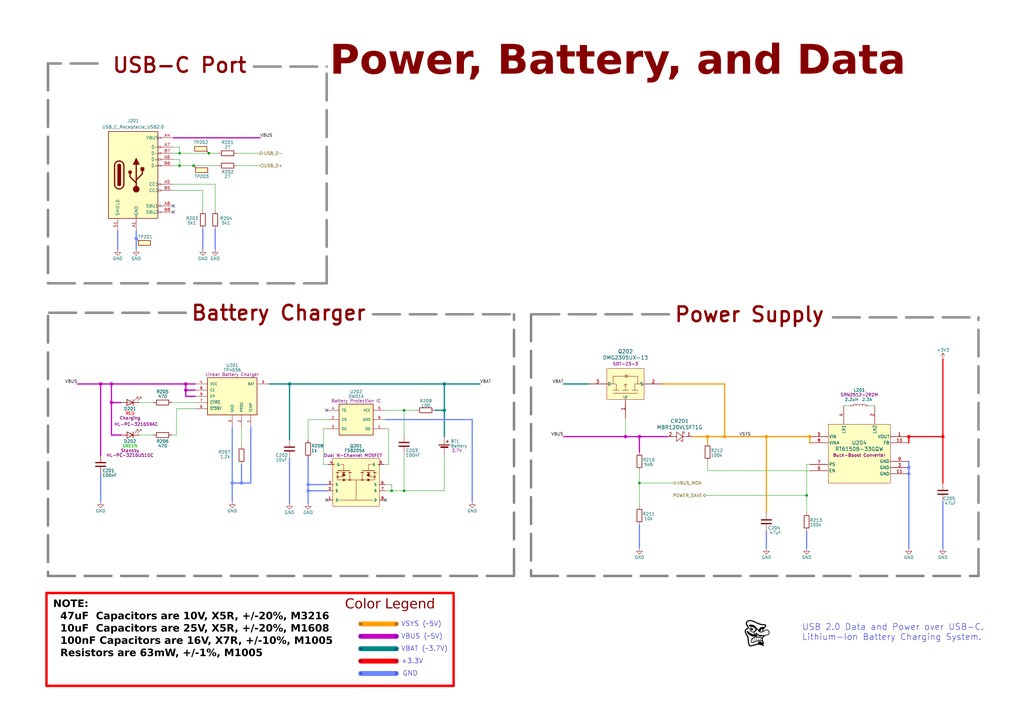
<source format=kicad_sch>
(kicad_sch (version 20230121) (generator eeschema)
  (paper "A3")
  (title_block (title "RamaPotchi") (date "2023-12-21") (rev "0.3") (company "Goblin Hardwerks"))
  (lib_symbols
    (symbol "RamaPotchi:Battery_Cell" (pin_numbers hide) (pin_names (offset 0) hide)
      (property "Reference" "BT1" (at 2.54 1.27 0))
      (property "Value" "Battery" (at 0 -0.635 0))
      (symbol "Battery_Cell_0_1"
        (rectangle (start -2.286 1.778) (end 2.286 1.524) (fill (type outline)))
        (rectangle (start -1.524 1.016) (end 1.524 0.508) (fill (type outline)))
        (polyline (pts (xy 0 0.762) (xy 0 0)))
        (polyline (pts (xy 0 1.778) (xy 0 2.54)))
        (polyline (pts (xy 0.762 3.048) (xy 1.778 3.048)) (stroke (width 0.254)))
        (polyline (pts (xy 1.27 3.556) (xy 1.27 2.54)) (stroke (width 0.254)))
      )
      (symbol "Battery_Cell_1_1"
        (pin passive line (at 0 5.08 270) (length 2.54) (name "+") (number "1"))
        (pin passive line (at 0 -2.54 90) (length 2.54) (name "-") (number "2"))
      )
    )
    (symbol "RamaPotchi:C" (pin_numbers hide) (pin_names (offset 0.254))
      (property "Reference" "C111" (at -5.715 -2.54 0))
      (property "Value" "100n" (at -5.715 -4.445 0))
      (symbol "C_0_1"
        (polyline (pts (xy -2.032 -0.762) (xy 2.032 -0.762)) (stroke (width 0.508)))
        (polyline (pts (xy -2.032 0.762) (xy 2.032 0.762)) (stroke (width 0.508)))
      )
      (symbol "C_1_1"
        (pin passive line (at 0 3.81 270) (length 2.794) (name "~") (number "1"))
        (pin passive line (at 0 -3.81 90) (length 2.794) (name "~") (number "2"))
      )
    )
    (symbol "RamaPotchi:DMG2305UX-13" (pin_names (offset 0.254))
      (property "Reference" "U203" (at 22.86 12.065 0))
      (property "Value" "DMG2305UX-13" (at 22.86 9.525 0))
      (property "Package" "SOT-23-3" (at 22.86 6.985 0))
      (symbol "DMG2305UX-13_0_1"
        (polyline (pts (xy 17.78 -5.08) (xy 27.94 -5.08)))
        (polyline (pts (xy 17.78 -3.81) (xy 20.32 -3.81)))
        (polyline (pts (xy 21.59 -3.81) (xy 24.13 -3.81)))
        (polyline (pts (xy 22.8105 2.54) (xy 22.8105 1.27)))
        (polyline (pts (xy 22.86 -3.81) (xy 22.86 -1.27)))
        (polyline (pts (xy 23.5467 1.2684) (xy 23.5467 2.5384)))
        (polyline (pts (xy 25.4 -3.81) (xy 27.94 -3.81)))
        (polyline (pts (xy 17.78 -1.27) (xy 17.7767 1.9233) (xy 22.7819 1.9233)))
        (polyline (pts (xy 19.05 -3.81) (xy 19.05 -1.27) (xy 15.24 -1.27)))
        (polyline (pts (xy 22.86 -1.27) (xy 22.2273 -1.9121) (xy 22.86 -1.27)))
        (polyline (pts (xy 22.86 -1.27) (xy 23.4927 -1.9121) (xy 22.86 -1.27)))
        (polyline (pts (xy 23.495 1.905) (xy 22.8529 1.2723) (xy 23.495 1.905)))
        (polyline (pts (xy 23.495 1.905) (xy 22.8529 2.5377) (xy 23.495 1.905)))
        (polyline (pts (xy 26.67 -3.81) (xy 26.67 -1.27) (xy 30.48 -1.27)))
        (polyline (pts (xy 27.94 -1.27) (xy 27.9431 1.9089) (xy 23.5908 1.9068) (xy 23.5951 1.9068)))
        (pin unspecified line (at 22.86 -15.24 90) (length 7.62) (name "G") (number "1"))
        (pin unspecified line (at 38.1 -1.27 180) (length 7.62) (name "S") (number "2"))
        (pin unspecified line (at 7.62 -1.27 0) (length 7.62) (name "D") (number "3"))
      )
      (symbol "DMG2305UX-13_1_1"
        (rectangle (start 15.24 5.08) (end 30.48 -7.62) (fill (type background)))
      )
    )
    (symbol "RamaPotchi:DW01A" (pin_names (offset 1.016))
      (property "Reference" "U202" (at -0.635 15.24 0))
      (property "Value" "DW01A" (at -0.635 13.335 0))
      (property "Description" "Battery Protection IC" (at -0.635 10.795 0))
      (symbol "DW01A_0_0"
        (rectangle (start -7.62 10.16) (end 6.35 -2.54) (stroke (width 0.254)) (fill (type background)))
        (pin bidirectional line (at 11.43 0 180) (length 5.08) (name "OD") (number "1"))
        (pin bidirectional line (at -12.7 3.81 0) (length 5.08) (name "CS") (number "2"))
        (pin bidirectional line (at -12.7 0 0) (length 5.08) (name "OC") (number "3"))
        (pin bidirectional line (at -12.7 7.62 0) (length 5.08) (name "TD") (number "4"))
        (pin power_in line (at 11.43 7.62 180) (length 5.08) (name "VCC") (number "5"))
        (pin power_in line (at 11.43 3.81 180) (length 5.08) (name "GND") (number "6"))
      )
    )
    (symbol "RamaPotchi:FS8205A" (pin_names (offset 1.016))
      (property "Reference" "Q201" (at 0.635 -13.335 0))
      (property "Value" "FS8205A" (at 1.27 -11.43 0))
      (property "Description" "Dual N-Channel MOSFET" (at 1.905 -10.16 0))
      (symbol "FS8205A_0_0"
        (circle (center -6.985 -0.635) (radius 0.3592))
        (circle (center -1.905 0.635) (radius 0.3592))
        (polyline (pts (xy -7.62 -2.413) (xy -6.985 -2.413)) (stroke (width 0.254)))
        (polyline (pts (xy -6.985 -3.175) (xy -1.905 -3.175)) (stroke (width 0.254)))
        (polyline (pts (xy -6.985 -2.413) (xy -6.985 0.635)) (stroke (width 0.1524)))
        (polyline (pts (xy -6.985 -2.413) (xy -6.35 -2.413)) (stroke (width 0.254)))
        (polyline (pts (xy -6.985 -0.635) (xy -4.445 -0.635)) (stroke (width 0.1524)))
        (polyline (pts (xy -5.207 -2.413) (xy -4.445 -2.413)) (stroke (width 0.254)))
        (polyline (pts (xy -4.445 -2.413) (xy -4.445 -0.635)) (stroke (width 0.1524)))
        (polyline (pts (xy -4.445 -2.413) (xy -3.683 -2.413)) (stroke (width 0.254)))
        (polyline (pts (xy -3.937 0.127) (xy -3.937 0.635)) (stroke (width 0.1524)))
        (polyline (pts (xy -3.937 0.635) (xy -6.985 0.635)) (stroke (width 0.1524)))
        (polyline (pts (xy -3.937 0.635) (xy -3.937 1.143)) (stroke (width 0.1524)))
        (polyline (pts (xy -2.54 -2.413) (xy -1.905 -2.413)) (stroke (width 0.254)))
        (polyline (pts (xy -1.905 -2.413) (xy -1.27 -2.413)) (stroke (width 0.254)))
        (polyline (pts (xy -1.905 0.635) (xy -3.937 0.635)) (stroke (width 0.1524)))
        (polyline (pts (xy -1.905 0.635) (xy -1.905 -2.413)) (stroke (width 0.1524)))
        (polyline (pts (xy 0.635 0.635) (xy -1.905 0.635)) (stroke (width 0.1524)))
        (polyline (pts (xy 0.635 0.635) (xy 0.635 1.905)) (stroke (width 0.1524)))
        (polyline (pts (xy 2.54 -2.413) (xy 3.175 -2.413)) (stroke (width 0.254)))
        (polyline (pts (xy 3.175 -3.175) (xy 8.255 -3.175)) (stroke (width 0.254)))
        (polyline (pts (xy 3.175 -2.413) (xy 3.175 0.635)) (stroke (width 0.1524)))
        (polyline (pts (xy 3.175 -2.413) (xy 3.81 -2.413)) (stroke (width 0.254)))
        (polyline (pts (xy 3.175 0.635) (xy 0.635 0.635)) (stroke (width 0.1524)))
        (polyline (pts (xy 3.175 0.635) (xy 5.207 0.635)) (stroke (width 0.1524)))
        (polyline (pts (xy 4.953 -2.413) (xy 5.715 -2.413)) (stroke (width 0.254)))
        (polyline (pts (xy 5.207 0.635) (xy 5.207 0.127)) (stroke (width 0.1524)))
        (polyline (pts (xy 5.207 0.635) (xy 8.255 0.635)) (stroke (width 0.1524)))
        (polyline (pts (xy 5.207 1.143) (xy 5.207 0.635)) (stroke (width 0.1524)))
        (polyline (pts (xy 5.715 -2.413) (xy 5.715 -0.635)) (stroke (width 0.1524)))
        (polyline (pts (xy 5.715 -2.413) (xy 6.477 -2.413)) (stroke (width 0.254)))
        (polyline (pts (xy 5.715 -0.635) (xy 8.255 -0.635)) (stroke (width 0.1524)))
        (polyline (pts (xy 7.62 -2.413) (xy 8.255 -2.413)) (stroke (width 0.254)))
        (polyline (pts (xy 8.255 -2.413) (xy 8.89 -2.413)) (stroke (width 0.254)))
        (polyline (pts (xy 8.255 -0.635) (xy 8.255 -2.413)) (stroke (width 0.1524)))
        (polyline (pts (xy 8.255 -0.635) (xy 8.255 0.635)) (stroke (width 0.1524)))
        (polyline (pts (xy -4.445 -2.159) (xy -5.207 -1.143) (xy -3.683 -1.143) (xy -4.445 -2.159)) (stroke (width 0.1524)) (fill (type outline)))
        (polyline (pts (xy -3.937 0.635) (xy -4.699 1.143) (xy -4.699 0.127) (xy -3.937 0.635)) (stroke (width 0.1524)) (fill (type outline)))
        (polyline (pts (xy 5.207 0.635) (xy 5.969 0.127) (xy 5.969 1.143) (xy 5.207 0.635)) (stroke (width 0.1524)) (fill (type outline)))
        (polyline (pts (xy 5.715 -2.159) (xy 4.953 -1.143) (xy 6.477 -1.143) (xy 5.715 -2.159)) (stroke (width 0.1524)) (fill (type outline)))
        (circle (center 3.175 0.635) (radius 0.3592))
        (circle (center 8.255 -0.635) (radius 0.3592))
      )
      (symbol "FS8205A_0_1"
        (polyline (pts (xy -6.35 8.89) (xy 7.62 8.89)))
        (polyline (pts (xy -4.445 -3.175) (xy -4.445 -5.715) (xy -5.715 -5.715)))
        (polyline (pts (xy 0.6353 8.854) (xy 0.6336 1.9203) (xy 0.6308 1.9287)))
        (polyline (pts (xy 5.715 -3.175) (xy 5.715 -5.715) (xy 6.985 -5.715)))
      )
      (symbol "FS8205A_1_0"
        (pin passive line (at 12.7 8.89 180) (length 2.54) (name "D") (number "1"))
        (pin passive line (at 12.7 5.08 180) (length 2.54) (name "S") (number "2"))
        (pin passive line (at 12.7 2.54 180) (length 2.54) (name "S") (number "3"))
        (pin passive line (at 12.065 -5.715 180) (length 2.54) (name "G") (number "4"))
        (pin passive line (at -10.795 -5.715 0) (length 2.54) (name "G") (number "5"))
        (pin passive line (at -11.43 2.54 0) (length 2.54) (name "S") (number "6"))
        (pin passive line (at -11.43 5.08 0) (length 2.54) (name "S") (number "7"))
        (pin passive line (at -11.43 8.89 0) (length 2.54) (name "D") (number "8"))
      )
      (symbol "FS8205A_1_1"
        (rectangle (start -8.89 11.43) (end 10.16 -8.255) (fill (type background)))
      )
    )
    (symbol "RamaPotchi:L" (pin_numbers hide) (pin_names (offset 1.016) hide)
      (property "Reference" "L201" (at 5.08 0 90))
      (property "Value" "2u2" (at 2.54 0 90))
      (property "Max Current" "2.3A" (at -1.27 0 90))
      (symbol "L_0_1"
        (arc (start 0 -2.54) (mid 0.6323 -1.905) (end 0 -1.27))
        (arc (start 0 -1.27) (mid 0.6323 -0.635) (end 0 0))
        (arc (start 0 0) (mid 0.6323 0.635) (end 0 1.27))
        (arc (start 0 1.27) (mid 0.6323 1.905) (end 0 2.54))
      )
      (symbol "L_1_1"
        (pin passive line (at 0 3.81 270) (length 1.27) (name "1") (number "1"))
        (pin passive line (at 0 -3.81 90) (length 1.27) (name "2") (number "2"))
      )
    )
    (symbol "RamaPotchi:LED" (pin_numbers hide) (pin_names (offset 1.016) hide)
      (property "Reference" "D201" (at 0 -4.445 0))
      (property "Color" "RED" (at 0 -2.54 0))
      (symbol "LED_0_1"
        (polyline (pts (xy -1.27 -1.27) (xy -1.27 1.27)) (stroke (width 0.254)))
        (polyline (pts (xy -1.27 0) (xy 1.27 0)))
        (polyline (pts (xy 1.27 -1.27) (xy 1.27 1.27) (xy -1.27 0) (xy 1.27 -1.27)) (stroke (width 0.254)))
        (polyline (pts (xy -3.048 -0.762) (xy -4.572 -2.286) (xy -3.81 -2.286) (xy -4.572 -2.286) (xy -4.572 -1.524)))
        (polyline (pts (xy -1.778 -0.762) (xy -3.302 -2.286) (xy -2.54 -2.286) (xy -3.302 -2.286) (xy -3.302 -1.524)))
      )
      (symbol "LED_1_1"
        (pin passive line (at -3.81 0 0) (length 2.54) (name "K") (number "1"))
        (pin passive line (at 3.81 0 180) (length 2.54) (name "A") (number "2"))
      )
    )
    (symbol "RamaPotchi:MBR120VLSFT1G" (pin_names (offset 0.254))
      (property "Reference" "CR201" (at 5.08 6.35 0))
      (property "Value" "MBR120VLSFT1G" (at 5.08 3.81 0))
      (symbol "MBR120VLSFT1G_0_1"
        (polyline (pts (xy 2.54 0) (xy 3.4798 0)) (stroke (width 0.2032)))
        (polyline (pts (xy 3.175 0) (xy 3.81 0)) (stroke (width 0.2032)))
        (polyline (pts (xy 3.81 -1.905) (xy 6.35 0)) (stroke (width 0.2032)))
        (polyline (pts (xy 3.81 1.905) (xy 3.81 -1.905)) (stroke (width 0.2032)))
        (polyline (pts (xy 5.715 -1.905) (xy 5.715 -1.27)) (stroke (width 0.2032)))
        (polyline (pts (xy 6.35 -1.905) (xy 5.715 -1.905)) (stroke (width 0.2032)))
        (polyline (pts (xy 6.35 -1.905) (xy 6.35 1.905)) (stroke (width 0.2032)))
        (polyline (pts (xy 6.35 0) (xy 3.81 1.905)) (stroke (width 0.2032)))
        (polyline (pts (xy 6.35 0) (xy 7.62 0)) (stroke (width 0.2032)))
        (polyline (pts (xy 6.35 1.905) (xy 6.985 1.905)) (stroke (width 0.2032)))
        (polyline (pts (xy 6.985 1.905) (xy 6.985 1.27)) (stroke (width 0.2032)))
        (pin unspecified line (at 10.16 0 180) (length 2.54) (name "") (number "1"))
        (pin unspecified line (at 0 0 0) (length 2.54) (name "") (number "2"))
      )
    )
    (symbol "RamaPotchi:R" (pin_numbers hide) (pin_names (offset 0))
      (property "Reference" "R102" (at -6.35 0.635 0))
      (property "Value" "100k" (at -6.35 -1.27 0))
      (symbol "R_0_1"
        (rectangle (start -1.016 -2.54) (end 1.016 2.54) (stroke (width 0.254)))
      )
      (symbol "R_1_1"
        (pin passive line (at 0 3.81 270) (length 1.27) (name "~") (number "1"))
        (pin passive line (at 0 -3.81 90) (length 1.27) (name "~") (number "2"))
      )
    )
    (symbol "RamaPotchi:RT6150B-33GQW" (pin_names (offset 0.254))
      (property "Reference" "U204" (at 20.32 -2.54 0))
      (property "Value" "RT6150B-33GQW" (at 20.32 -5.08 0))
      (property "Description" "Buck-Boost Converter" (at 20.32 -7.62 0))
      (symbol "RT6150B-33GQW_0_1"
        (pin output line (at 40.64 0 180) (length 7.62) (name "VOUT") (number "1"))
        (pin input line (at 40.64 -2.54 180) (length 7.62) (name "FB") (number "10"))
        (pin power_out line (at 40.64 -15.24 180) (length 7.62) (name "GND") (number "11"))
        (pin unspecified line (at 26.67 12.7 270) (length 7.62) (name "LX2") (number "2"))
        (pin power_out line (at 40.64 -12.7 180) (length 7.62) (name "GND") (number "3"))
        (pin unspecified line (at 13.97 12.7 270) (length 7.62) (name "LX1") (number "4"))
        (pin power_in line (at 0 0 0) (length 7.62) (name "VIN") (number "5"))
        (pin input line (at 0 -13.97 0) (length 7.62) (name "EN") (number "6"))
        (pin input line (at 0 -11.43 0) (length 7.62) (name "PS") (number "7"))
        (pin input line (at 0 -2.54 0) (length 7.62) (name "VINA") (number "8"))
        (pin power_out line (at 40.64 -10.16 180) (length 7.62) (name "GND") (number "9"))
      )
      (symbol "RT6150B-33GQW_1_1"
        (rectangle (start 7.62 5.08) (end 33.02 -19.05) (fill (type background)))
      )
    )
    (symbol "RamaPotchi:TP4056" (pin_names (offset 1.016))
      (property "Reference" "U201" (at 0 17.78 0))
      (property "Value" "TP4056" (at 0 15.875 0))
      (property "Description" "Linear Battery Charger" (at 0 13.335 0))
      (symbol "TP4056_0_0"
        (rectangle (start -10.16 12.7) (end 10.16 -2.54) (stroke (width 0.254)) (fill (type background)))
        (pin input line (at 7.62 -7.62 90) (length 5.08) (name "TEMP") (number "1"))
        (pin bidirectional line (at 3.81 -7.62 90) (length 5.08) (name "PROG") (number "2"))
        (pin power_in line (at 0 -7.62 90) (length 5.08) (name "GND") (number "3"))
        (pin power_in line (at -15.24 10.16 0) (length 5.08) (name "VCC") (number "4"))
        (pin output line (at 15.24 10.16 180) (length 5.08) (name "BAT") (number "5"))
        (pin output line (at -15.24 0 0) (length 5.08) (name "~{STDBY}") (number "6"))
        (pin output line (at -15.24 2.54 0) (length 5.08) (name "~{CHRG}") (number "7"))
        (pin input line (at -15.24 7.62 0) (length 5.08) (name "CE") (number "8"))
        (pin passive line (at -15.24 5.08 0) (length 5.08) (name "EP") (number "9"))
      )
    )
    (symbol "RamaPotchi:TestPoint_Flag" (pin_numbers hide) (pin_names (offset 0.762) hide)
      (property "Reference" "TP2" (at 5.08 4.445 0))
      (symbol "TestPoint_Flag_0_1"
        (polyline (pts (xy 0 0) (xy 0.889 0.889)) (stroke (width 0.254)))
        (rectangle (start 0.889 2.794) (end 5.842 0.889) (stroke (width 0.254)) (fill (type background)))
      )
      (symbol "TestPoint_Flag_1_1"
        (pin passive line (at 0 0 90) (length 0) (name "1") (number "1"))
      )
    )
    (symbol "RamaPotchi:USB_C_Receptacle_USB2.0" (pin_names (offset 1.016))
      (property "Reference" "J201" (at -1.27 22.225 0))
      (property "Value" "USB_C_Receptacle_USB2.0" (at -1.27 19.685 0))
      (symbol "USB_C_Receptacle_USB2.0_0_0"
        (rectangle (start -0.2665 -16.774) (end 0.2415 -17.79))
        (rectangle (start 10.16 -14.986) (end 9.144 -15.494))
        (rectangle (start 10.16 -12.446) (end 9.144 -12.954))
        (rectangle (start 10.16 -6.096) (end 9.144 -6.604))
        (rectangle (start 10.16 -3.556) (end 9.144 -4.064))
        (rectangle (start 10.16 4.064) (end 9.144 3.556))
        (rectangle (start 10.16 6.604) (end 9.144 6.096))
        (rectangle (start 10.16 9.144) (end 9.144 8.636))
        (rectangle (start 10.16 11.684) (end 9.144 11.176))
        (rectangle (start 10.16 15.494) (end 9.144 14.986))
      )
      (symbol "USB_C_Receptacle_USB2.0_0_1"
        (rectangle (start -11.43 17.78) (end 8.89 -17.78) (stroke (width 0.254)) (fill (type background)))
        (arc (start -8.89 -3.81) (mid -6.985 -5.7067) (end -5.08 -3.81) (stroke (width 0.508)))
        (arc (start -7.62 -3.81) (mid -6.985 -4.4423) (end -6.35 -3.81) (stroke (width 0.254)))
        (arc (start -7.62 -3.81) (mid -6.985 -4.4423) (end -6.35 -3.81) (stroke (width 0.254)) (fill (type outline)))
        (rectangle (start -7.62 -3.81) (end -6.35 3.81) (stroke (width 0.254)) (fill (type outline)))
        (arc (start -6.35 3.81) (mid -6.985 4.4423) (end -7.62 3.81) (stroke (width 0.254)))
        (arc (start -6.35 3.81) (mid -6.985 4.4423) (end -7.62 3.81) (stroke (width 0.254)) (fill (type outline)))
        (arc (start -5.08 3.81) (mid -6.985 5.7067) (end -8.89 3.81) (stroke (width 0.508)))
        (circle (center -2.54 1.143) (radius 0.635) (stroke (width 0.254)) (fill (type outline)))
        (circle (center 0 -5.842) (radius 1.27) (fill (type outline)))
        (polyline (pts (xy -8.89 -3.81) (xy -8.89 3.81)) (stroke (width 0.508)))
        (polyline (pts (xy -5.08 3.81) (xy -5.08 -3.81)) (stroke (width 0.508)))
        (polyline (pts (xy 0 -5.842) (xy 0 4.318)) (stroke (width 0.508)))
        (polyline (pts (xy 0 -3.302) (xy -2.54 -0.762) (xy -2.54 0.508)) (stroke (width 0.508)))
        (polyline (pts (xy 0 -2.032) (xy 2.54 0.508) (xy 2.54 1.778)) (stroke (width 0.508)))
        (polyline (pts (xy -1.27 4.318) (xy 0 6.858) (xy 1.27 4.318) (xy -1.27 4.318)) (stroke (width 0.254)) (fill (type outline)))
        (rectangle (start 1.905 1.778) (end 3.175 3.048) (stroke (width 0.254)) (fill (type outline)))
      )
      (symbol "USB_C_Receptacle_USB2.0_1_1"
        (pin passive line (at 0 -22.86 90) (length 5.08) (name "GND") (number "A1"))
        (pin passive line (at 0 -22.86 90) (length 5.08) hide (name "GND") (number "A12"))
        (pin passive line (at 15.24 15.24 180) (length 5.08) (name "VBUS") (number "A4"))
        (pin bidirectional line (at 15.24 -3.81 180) (length 5.08) (name "CC1") (number "A5"))
        (pin bidirectional line (at 15.24 6.35 180) (length 5.08) (name "D+") (number "A6"))
        (pin bidirectional line (at 15.24 11.43 180) (length 5.08) (name "D-") (number "A7"))
        (pin bidirectional line (at 15.24 -12.7 180) (length 5.08) (name "SBU1") (number "A8"))
        (pin passive line (at 15.24 15.24 180) (length 5.08) hide (name "VBUS") (number "A9"))
        (pin passive line (at 0 -22.86 90) (length 5.08) hide (name "GND") (number "B1"))
        (pin passive line (at 0 -22.86 90) (length 5.08) hide (name "GND") (number "B12"))
        (pin passive line (at 15.24 15.24 180) (length 5.08) hide (name "VBUS") (number "B4"))
        (pin bidirectional line (at 15.24 -6.35 180) (length 5.08) (name "CC2") (number "B5"))
        (pin bidirectional line (at 15.24 3.81 180) (length 5.08) (name "D+") (number "B6"))
        (pin bidirectional line (at 15.24 8.89 180) (length 5.08) (name "D-") (number "B7"))
        (pin bidirectional line (at 15.24 -15.24 180) (length 5.08) (name "SBU2") (number "B8"))
        (pin passive line (at 15.24 15.24 180) (length 5.08) hide (name "VBUS") (number "B9"))
        (pin passive line (at -7.62 -22.86 90) (length 5.08) (name "SHIELD") (number "S1"))
      )
    )
    (symbol "power:+3V3" (power) (pin_numbers hide) (pin_names (offset 0) hide)
      (property "Value" "+3V3" (at 0 3.556 0))
      (symbol "+3V3_0_1"
        (polyline (pts (xy -0.762 1.27) (xy 0 2.54)))
        (polyline (pts (xy 0 0) (xy 0 2.54)))
        (polyline (pts (xy 0 2.54) (xy 0.762 1.27)))
      )
      (symbol "+3V3_1_1"
        (pin power_in line (at 0 0 90) (length 0) hide (name "+3V3") (number "1"))
      )
    )
    (symbol "power:GND" (power) (pin_numbers hide) (pin_names (offset 0) hide)
      (property "Value" "GND" (at 0 -3.81 0))
      (symbol "GND_0_1"
        (polyline (pts (xy 0 0) (xy 0 -1.27) (xy 1.27 -1.27) (xy 0 -2.54) (xy -1.27 -1.27) (xy 0 -1.27)))
      )
      (symbol "GND_1_1"
        (pin power_in line (at 0 0 270) (length 0) hide (name "GND") (number "1"))
      )
    )
  )
  (junction (at 297.18 179.07) (diameter 1.25) (color 255 153 0 1))
  (junction (at 386.715 179.07) (diameter 1.25) (color 255 0 0 1))
  (junction (at 76.2 157.48) (diameter 1.25) (color 194 0 194 1))
  (junction (at 314.325 179.07) (diameter 1.25) (color 255 153 0 1))
  (junction (at 330.835 203.2))
  (junction (at 165.735 168.275))
  (junction (at 79.375 67.945))
  (junction (at 332.105 179.07) (diameter 1.25) (color 255 153 0 1))
  (junction (at 372.745 194.31) (diameter 1.25) (color 105 132 255 1))
  (junction (at 118.745 157.48) (diameter 1.25) (color 0 132 132 1))
  (junction (at 160.655 201.295))
  (junction (at 290.195 179.07) (diameter 1.25) (color 255 153 0 1))
  (junction (at 126.365 198.755) (diameter 1.25) (color 105 132 255 1))
  (junction (at 262.255 198.12))
  (junction (at 73.66 67.945))
  (junction (at 45.72 165.1) (diameter 1.25) (color 194 0 194 1))
  (junction (at 126.365 201.295) (diameter 1.25) (color 105 132 255 1))
  (junction (at 55.88 97.79) (diameter 1.25) (color 105 132 255 1))
  (junction (at 41.275 157.48) (diameter 1.25) (color 194 0 194 1))
  (junction (at 165.735 201.295))
  (junction (at 256.54 179.07) (diameter 1.25) (color 194 0 194 1))
  (junction (at 182.245 157.48) (diameter 1.25) (color 0 132 132 1))
  (junction (at 182.245 168.275) (diameter 1.25) (color 0 132 132 1))
  (junction (at 76.2 160.02) (diameter 1.25) (color 194 0 194 1))
  (junction (at 95.25 198.12) (diameter 1.25) (color 105 132 255 1))
  (junction (at 262.255 179.07) (diameter 1.25) (color 194 0 194 1))
  (junction (at 45.72 157.48) (diameter 1.25) (color 194 0 194 1))
  (junction (at 73.66 62.865))
  (junction (at 85.725 62.865))
  (junction (at 372.745 191.77) (diameter 1.25) (color 105 132 255 1))
  (junction (at 372.745 179.07) (diameter 1.25) (color 255 0 0 1))
  (junction (at 99.06 198.12) (diameter 1.25) (color 105 132 255 1))
  (no_connect (at 147.955 260.985))
  (no_connect (at 147.955 255.905))
  (no_connect (at 71.12 86.995))
  (no_connect (at 162.56 271.145))
  (no_connect (at 162.56 260.985))
  (no_connect (at 147.955 271.145))
  (no_connect (at 162.56 266.065))
  (no_connect (at 162.56 255.905))
  (no_connect (at 158.115 205.105))
  (no_connect (at 71.12 84.455))
  (no_connect (at 133.985 168.275))
  (no_connect (at 147.955 266.065))
  (no_connect (at 147.955 276.225))
  (no_connect (at 162.56 276.225))
  (no_connect (at 133.985 205.105))
  (wire (pts (xy 76.2 157.48) (xy 80.01 157.48)) (stroke (width 0.5) (color 194 0 194 1)))
  (polyline (pts (xy 76.2 128.27) (xy 19.05 128.27)) (stroke (width 1) (type dash) (color 132 132 132 1)))
  (wire (pts (xy 126.365 198.755) (xy 133.985 198.755)) (stroke (width 0.5) (color 105 132 255 1)))
  (polyline (pts (xy 401.32 236.22) (xy 401.32 130.175)) (stroke (width 1) (type dash) (color 132 132 132 1)))
  (wire (pts (xy 72.39 167.64) (xy 72.39 178.435)))
  (wire (pts (xy 297.18 157.48) (xy 297.18 179.07)) (stroke (width 0.5) (color 255 153 0 1)))
  (wire (pts (xy 76.2 160.02) (xy 80.01 160.02)) (stroke (width 0.5) (color 194 0 194 1)))
  (wire (pts (xy 41.275 157.48) (xy 41.275 186.69)) (stroke (width 0.5) (color 194 0 194 1)))
  (wire (pts (xy 165.735 201.295) (xy 182.245 201.295)))
  (wire (pts (xy 346.075 166.37) (xy 348.615 166.37)))
  (wire (pts (xy 290.195 193.04) (xy 290.195 189.23)))
  (wire (pts (xy 71.12 60.325) (xy 73.66 60.325)))
  (wire (pts (xy 95.25 175.26) (xy 95.25 198.12)) (stroke (width 0.5) (color 105 132 255 1)))
  (wire (pts (xy 97.155 62.865) (xy 106.68 62.865)))
  (wire (pts (xy 165.735 186.055) (xy 165.735 201.295)))
  (wire (pts (xy 147.955 276.225) (xy 162.56 276.225)) (stroke (width 2) (color 105 132 255 1)))
  (wire (pts (xy 83.185 78.105) (xy 83.185 86.36)))
  (wire (pts (xy 182.245 157.48) (xy 182.245 168.275)) (stroke (width 0.5) (color 0 132 132 1)))
  (wire (pts (xy 55.88 94.615) (xy 55.88 97.79)) (stroke (width 0.5) (color 105 132 255 1)))
  (polyline (pts (xy 153.035 128.905) (xy 210.82 128.905)) (stroke (width 1) (type dash) (color 132 132 132 1)))
  (wire (pts (xy 330.835 190.5) (xy 330.835 203.2)))
  (wire (pts (xy 99.06 175.26) (xy 99.06 182.88)))
  (wire (pts (xy 165.735 168.275) (xy 170.815 168.275)))
  (wire (pts (xy 71.12 56.515) (xy 106.68 56.515)) (stroke (width 0.5) (color 194 0 194 1)))
  (polyline (pts (xy 274.32 128.905) (xy 217.805 128.905)) (stroke (width 1) (type dash) (color 132 132 132 1)))
  (wire (pts (xy 73.66 62.865) (xy 85.725 62.865)))
  (wire (pts (xy 289.56 203.2) (xy 330.835 203.2)))
  (wire (pts (xy 88.265 93.98) (xy 88.265 102.235)) (stroke (width 0.5) (color 105 132 255 1)))
  (wire (pts (xy 314.325 217.805) (xy 314.325 224.79)) (stroke (width 0.5) (color 105 132 255 1)))
  (wire (pts (xy 158.115 172.085) (xy 193.675 172.085)) (stroke (width 0.5) (color 105 132 255 1)))
  (wire (pts (xy 271.78 157.48) (xy 297.18 157.48)) (stroke (width 0.5) (color 255 153 0 1)))
  (wire (pts (xy 256.54 171.45) (xy 256.54 179.07)))
  (wire (pts (xy 45.72 178.435) (xy 45.72 165.1)) (stroke (width 0.5) (color 194 0 194 1)))
  (wire (pts (xy 147.955 266.065) (xy 162.56 266.065)) (stroke (width 2) (color 0 132 132 1)))
  (wire (pts (xy 118.745 187.96) (xy 118.745 206.375)) (stroke (width 0.5) (color 105 132 255 1)))
  (wire (pts (xy 97.155 67.945) (xy 106.68 67.945)))
  (wire (pts (xy 262.255 215.265) (xy 262.255 224.79)) (stroke (width 0.5) (color 105 132 255 1)))
  (wire (pts (xy 386.715 147.32) (xy 386.715 179.07)) (stroke (width 0.5) (color 255 0 0 1)))
  (wire (pts (xy 71.12 65.405) (xy 73.66 65.405)))
  (wire (pts (xy 314.325 179.07) (xy 314.325 210.185)) (stroke (width 0.5) (color 255 153 0 1)))
  (wire (pts (xy 79.375 67.945) (xy 89.535 67.945)))
  (wire (pts (xy 356.235 166.37) (xy 358.775 166.37)))
  (polyline (pts (xy 210.82 236.22) (xy 210.82 128.905)) (stroke (width 1) (type dash) (color 132 132 132 1)))
  (wire (pts (xy 182.245 201.295) (xy 182.245 186.69)))
  (wire (pts (xy 76.2 162.56) (xy 76.2 160.02)) (stroke (width 0.5) (color 194 0 194 1)))
  (polyline (pts (xy 19.685 129.54) (xy 19.685 236.22)) (stroke (width 1) (type dash) (color 132 132 132 1)))
  (wire (pts (xy 73.66 67.945) (xy 79.375 67.945)))
  (wire (pts (xy 290.195 179.07) (xy 297.18 179.07)) (stroke (width 0.5) (color 255 153 0 1)))
  (wire (pts (xy 231.14 157.48) (xy 241.3 157.48)) (stroke (width 0.5) (color 0 132 132 1)))
  (wire (pts (xy 330.835 190.5) (xy 332.105 190.5)))
  (wire (pts (xy 160.655 201.295) (xy 165.735 201.295)))
  (wire (pts (xy 262.255 198.12) (xy 262.255 207.645)))
  (wire (pts (xy 110.49 157.48) (xy 118.745 157.48)) (stroke (width 0.5) (color 0 132 132 1)))
  (wire (pts (xy 48.26 94.615) (xy 48.26 102.235)) (stroke (width 0.5) (color 105 132 255 1)))
  (wire (pts (xy 147.955 260.985) (xy 162.56 260.985)) (stroke (width 2) (color 194 0 194 1)))
  (polyline (pts (xy 19.685 26.035) (xy 19.685 116.205)) (stroke (width 1) (type dash) (color 132 132 132 1)))
  (wire (pts (xy 182.245 168.275) (xy 178.435 168.275)) (stroke (width 0.5) (color 0 132 132 1)))
  (wire (pts (xy 297.18 179.07) (xy 314.325 179.07)) (stroke (width 0.5) (color 255 153 0 1)))
  (wire (pts (xy 118.745 157.48) (xy 118.745 180.34)) (stroke (width 0.5) (color 0 132 132 1)))
  (wire (pts (xy 314.325 179.07) (xy 332.105 179.07)) (stroke (width 0.5) (color 255 153 0 1)))
  (wire (pts (xy 126.365 172.085) (xy 133.985 172.085)))
  (wire (pts (xy 182.245 157.48) (xy 196.85 157.48)) (stroke (width 0.5) (color 0 132 132 1)))
  (wire (pts (xy 70.485 165.1) (xy 80.01 165.1)))
  (wire (pts (xy 85.725 62.865) (xy 89.535 62.865)))
  (wire (pts (xy 49.53 178.435) (xy 45.72 178.435)) (stroke (width 0.5) (color 194 0 194 1)))
  (polyline (pts (xy 341.63 130.175) (xy 401.32 130.175)) (stroke (width 1) (type dash) (color 132 132 132 1)))
  (polyline (pts (xy 133.985 27.305) (xy 133.985 27.305)) (stroke (width 1) (type dash) (color 132 132 132 1)))
  (wire (pts (xy 147.955 271.145) (xy 162.56 271.145)) (stroke (width 2) (color 255 0 0 1)))
  (wire (pts (xy 158.115 201.295) (xy 160.655 201.295)))
  (wire (pts (xy 126.365 198.755) (xy 126.365 201.295)) (stroke (width 0.5) (color 105 132 255 1)))
  (wire (pts (xy 102.87 175.26) (xy 102.87 198.12)) (stroke (width 0.5) (color 105 132 255 1)))
  (wire (pts (xy 283.845 179.07) (xy 290.195 179.07)) (stroke (width 0.5) (color 255 153 0 1)))
  (wire (pts (xy 80.01 162.56) (xy 76.2 162.56)) (stroke (width 0.5) (color 194 0 194 1)))
  (wire (pts (xy 372.745 191.77) (xy 372.745 194.31)) (stroke (width 0.5) (color 105 132 255 1)))
  (wire (pts (xy 386.715 205.74) (xy 386.715 224.79)) (stroke (width 0.5) (color 105 132 255 1)))
  (wire (pts (xy 102.87 198.12) (xy 99.06 198.12)) (stroke (width 0.5) (color 105 132 255 1)))
  (wire (pts (xy 159.385 175.895) (xy 158.115 175.895)))
  (wire (pts (xy 118.745 157.48) (xy 182.245 157.48)) (stroke (width 0.5) (color 0 132 132 1)))
  (wire (pts (xy 330.835 217.805) (xy 330.835 224.79)) (stroke (width 0.5) (color 105 132 255 1)))
  (wire (pts (xy 83.185 93.98) (xy 83.185 102.235)) (stroke (width 0.5) (color 105 132 255 1)))
  (wire (pts (xy 330.835 203.2) (xy 330.835 210.185)))
  (wire (pts (xy 45.72 165.1) (xy 45.72 157.48)) (stroke (width 0.5) (color 194 0 194 1)))
  (wire (pts (xy 57.15 178.435) (xy 62.865 178.435)))
  (polyline (pts (xy 19.685 236.22) (xy 211.455 236.22)) (stroke (width 1) (type dash) (color 132 132 132 1)))
  (wire (pts (xy 45.72 157.48) (xy 76.2 157.48)) (stroke (width 0.5) (color 194 0 194 1)))
  (wire (pts (xy 160.655 198.755) (xy 158.115 198.755)))
  (wire (pts (xy 372.745 194.31) (xy 372.745 224.79)) (stroke (width 0.5) (color 105 132 255 1)))
  (wire (pts (xy 88.265 75.565) (xy 88.265 86.36)))
  (wire (pts (xy 132.715 190.5) (xy 134.62 190.5)))
  (wire (pts (xy 372.745 189.23) (xy 372.745 191.77)) (stroke (width 0.5) (color 105 132 255 1)))
  (wire (pts (xy 126.365 187.96) (xy 126.365 198.755)) (stroke (width 0.5) (color 105 132 255 1)))
  (polyline (pts (xy 40.005 26.035) (xy 19.685 26.035)) (stroke (width 1) (type dash) (color 132 132 132 1)))
  (wire (pts (xy 165.735 168.275) (xy 165.735 178.435)))
  (wire (pts (xy 193.675 172.085) (xy 193.675 205.74)) (stroke (width 0.5) (color 105 132 255 1)))
  (wire (pts (xy 332.105 193.04) (xy 290.195 193.04)))
  (wire (pts (xy 57.15 165.1) (xy 62.865 165.1)))
  (polyline (pts (xy 19.685 116.205) (xy 133.985 116.205)) (stroke (width 1) (type dash) (color 132 132 132 1)))
  (wire (pts (xy 73.66 62.865) (xy 73.66 60.325)))
  (wire (pts (xy 126.365 172.085) (xy 126.365 180.34)))
  (polyline (pts (xy 133.985 116.205) (xy 133.985 27.305)) (stroke (width 1) (type dash) (color 132 132 132 1)))
  (wire (pts (xy 182.245 179.07) (xy 182.245 168.275)) (stroke (width 0.5) (color 0 132 132 1)))
  (wire (pts (xy 262.255 179.07) (xy 273.685 179.07)) (stroke (width 0.5) (color 194 0 194 1)))
  (wire (pts (xy 73.66 65.405) (xy 73.66 67.945)))
  (wire (pts (xy 290.195 179.07) (xy 290.195 181.61)) (stroke (width 0.5) (color 255 153 0 1)))
  (wire (pts (xy 159.385 190.5) (xy 157.48 190.5)))
  (wire (pts (xy 332.105 179.07) (xy 332.105 181.61)) (stroke (width 0.5) (color 255 153 0 1)))
  (wire (pts (xy 45.72 157.48) (xy 41.275 157.48)) (stroke (width 0.5) (color 194 0 194 1)))
  (wire (pts (xy 71.12 78.105) (xy 83.185 78.105)))
  (wire (pts (xy 55.88 97.79) (xy 55.88 102.235)) (stroke (width 0.5) (color 105 132 255 1)))
  (wire (pts (xy 72.39 167.64) (xy 80.01 167.64)))
  (wire (pts (xy 386.715 179.07) (xy 386.715 198.12)) (stroke (width 0.5) (color 255 0 0 1)))
  (wire (pts (xy 147.955 255.905) (xy 162.56 255.905)) (stroke (width 2) (color 255 153 0 1)))
  (wire (pts (xy 372.745 179.07) (xy 372.745 181.61)) (stroke (width 0.5) (color 255 0 0 1)))
  (wire (pts (xy 126.365 201.295) (xy 133.985 201.295)) (stroke (width 0.5) (color 105 132 255 1)))
  (polyline (pts (xy 217.805 236.22) (xy 401.32 236.22)) (stroke (width 1) (type dash) (color 132 132 132 1)))
  (wire (pts (xy 372.745 179.07) (xy 386.715 179.07)) (stroke (width 0.5) (color 255 0 0 1)))
  (wire (pts (xy 262.255 179.07) (xy 262.255 185.42)) (stroke (width 0.5) (color 194 0 194 1)))
  (wire (pts (xy 159.385 175.895) (xy 159.385 190.5)))
  (wire (pts (xy 76.2 160.02) (xy 76.2 157.48)) (stroke (width 0.5) (color 194 0 194 1)))
  (wire (pts (xy 95.25 198.12) (xy 95.25 205.74)) (stroke (width 0.5) (color 105 132 255 1)))
  (polyline (pts (xy 217.805 128.905) (xy 217.805 235.585)) (stroke (width 1) (type dash) (color 132 132 132 1)))
  (wire (pts (xy 95.25 198.12) (xy 99.06 198.12)) (stroke (width 0.5) (color 105 132 255 1)))
  (wire (pts (xy 41.275 194.31) (xy 41.275 205.74)) (stroke (width 0.5) (color 105 132 255 1)))
  (wire (pts (xy 45.72 165.1) (xy 49.53 165.1)) (stroke (width 0.5) (color 194 0 194 1)))
  (wire (pts (xy 71.12 67.945) (xy 73.66 67.945)))
  (wire (pts (xy 126.365 201.295) (xy 126.365 206.375)) (stroke (width 0.5) (color 105 132 255 1)))
  (wire (pts (xy 231.14 179.07) (xy 256.54 179.07)) (stroke (width 0.5) (color 194 0 194 1)))
  (wire (pts (xy 70.485 178.435) (xy 72.39 178.435)))
  (wire (pts (xy 276.225 198.12) (xy 262.255 198.12)))
  (wire (pts (xy 132.715 175.895) (xy 133.985 175.895)))
  (wire (pts (xy 158.115 168.275) (xy 165.735 168.275)))
  (wire (pts (xy 160.655 198.755) (xy 160.655 201.295)))
  (wire (pts (xy 71.12 75.565) (xy 88.265 75.565)))
  (wire (pts (xy 31.75 157.48) (xy 41.275 157.48)) (stroke (width 0.5) (color 194 0 194 1)))
  (wire (pts (xy 71.12 62.865) (xy 73.66 62.865)))
  (wire (pts (xy 256.54 179.07) (xy 262.255 179.07)) (stroke (width 0.5) (color 194 0 194 1)))
  (wire (pts (xy 262.255 193.04) (xy 262.255 198.12)))
  (wire (pts (xy 132.715 175.895) (xy 132.715 190.5)))
  (polyline (pts (xy 104.14 27.305) (xy 133.985 27.305)) (stroke (width 1) (type dash) (color 132 132 132 1)))
  (wire (pts (xy 99.06 190.5) (xy 99.06 198.12)) (stroke (width 0.5) (color 105 132 255 1)))
  (image (at 310.515 259.715) (scale 0.28581))
  (text_box "NOTE:\n  47uF  Capacitors are 10V, X5R, +/-20%, M3216\n  10uF  Capacitors are 25V, X5R, +/-20%, M1608\n  100nF Capacitors are 16V, X7R, +/-10%, M1005\n  Resistors are 63mW, +/-1%, M1005" (at 19.05 243.205 0) (size 167.005 38.1) (stroke (width 1) (color 255 0 0 1)) (effects (font (size 3 3) (thickness 0.4) bold) (justify left top)))
  (text "GND" (at 165.1 277.495 0) (effects (font (size 2 2)) (justify left bottom)))
  (text "VSYS (~5V)" (at 164.465 257.175 0) (effects (font (size 2 2)) (justify left bottom)))
  (text "USB 2.0 Data and Power over USB-C.\nLithium-Ion Battery Charging System." (at 328.93 262.89 0) (effects (font (size 2.54 2.54)) (justify left bottom)))
  (text "Power Supply" (at 338.455 132.715 0) (effects (font (size 6 6) (thickness 1) bold) (justify right bottom)))
  (text "+3.3V" (at 164.465 272.415 0) (effects (font (size 2 2)) (justify left bottom)))
  (text "Power, Battery, and Data" (at 371.475 35.56 0) (effects (font (size 12 12) (thickness 1) bold) (justify right bottom)))
  (text "VBAT (~3.7V)\n" (at 164.465 267.335 0) (effects (font (size 2 2)) (justify left bottom)))
  (text "Color Legend" (at 178.435 251.46 0) (effects (font (size 4 4)) (justify right bottom)))
  (text "Battery Charger" (at 150.495 132.08 0) (effects (font (size 6 6) (thickness 1) bold) (justify right bottom)))
  (text "VBUS (~5V)" (at 164.465 262.255 0) (effects (font (size 2 2)) (justify left bottom)))
  (text "USB-C Port" (at 101.6 30.48 0) (effects (font (size 6 6) (thickness 1) bold) (justify right bottom)))
  (label "VBUS" (at 31.75 157.48 180))
  (label "VBAT" (at 196.85 157.48 0))
  (label "VBUS" (at 231.14 179.07 180))
  (label "VBAT" (at 231.14 157.48 180))
  (label "VBUS" (at 106.68 56.515 0))
  (label "VSYS" (at 307.975 179.07 180))
  (hierarchical_label "USB_D-" (shape output) (at 106.68 62.865 0))
  (hierarchical_label "POWER_SAVE" (shape bidirectional) (at 289.56 203.2 180))
  (hierarchical_label "USB_D+" (shape input) (at 106.68 67.945 0))
  (hierarchical_label "VBUS_MON" (shape bidirectional) (at 276.225 198.12 0))
  (symbol (lib_id "power:GND") (at 48.26 102.235 0) (unit 1)
    (property "Reference" "#PWR054" (effects hide))
    (property "Value" "GND" (at 48.26 106.045 0))
  )
  (symbol (lib_id "RamaPotchi:R") (at 330.835 213.995 0) (unit 1)
    (property "Reference" "R213" (at 332.105 213.36 0) (effects (justify left)))
    (property "Value" "100k" (at 332.105 215.265 0) (effects (justify left)))
    (property "Footprint" "Resistor_SMD:R_0402_1005Metric" (effects hide))
    (property "Power" "63mW" (effects hide))
    (property "Tolerance" "1%" (effects hide))
    (property "Package" "M1005" (effects hide))
  )
  (symbol (lib_id "RamaPotchi:RT6150B-33GQW") (at 332.105 179.07 0) (unit 1)
    (property "Reference" "U204" (at 352.425 181.61 0) (effects (font (size 1.524 1.524))))
    (property "Value" "RT6150B-33GQW" (at 352.425 184.15 0) (effects (font (size 1.524 1.524))))
    (property "Footprint" "RT6150B-33GQW:10-WFDFN-EP_RIT" (effects hide))
    (property "Datasheet" "https://www.richtek.com/SaveDownload.aspx?specid=RT6150A/RT6150B" (effects hide))
    (property "Description" "Buck-Boost Converter" (at 352.425 186.69 0))
  )
  (symbol (lib_id "RamaPotchi:TestPoint_Flag") (at 79.375 67.945 0) (mirror x) (unit 1)
    (property "Reference" "TP203" (at 85.725 72.39 0) (effects (justify right)))
    (property "Value" "TestPoint_Flag" (effects hide))
    (property "Footprint" "TestPoint:TestPoint_Pad_1.0x1.0mm" (effects hide))
  )
  (symbol (lib_id "power:GND") (at 314.325 224.79 0) (unit 1)
    (property "Reference" "#PWR038" (effects hide))
    (property "Value" "GND" (at 314.325 228.6 0))
  )
  (symbol (lib_id "power:GND") (at 41.275 205.74 0) (unit 1)
    (property "Reference" "#PWR09" (effects hide))
    (property "Value" "GND" (at 41.275 209.55 0))
  )
  (symbol (lib_id "RamaPotchi:C") (at 386.715 201.93 0) (unit 1)
    (property "Reference" "C205" (at 386.715 204.47 0) (effects (justify left)))
    (property "Value" "47uF" (at 387.35 206.375 0) (effects (justify left)))
    (property "Footprint" "Capacitor_SMD:C_0402_1005Metric" (effects hide))
    (property "Rated Voltage" "16V" (effects hide))
    (property "Operating Temperature" "X7R" (effects hide))
    (property "Tolerance" "10%" (effects hide))
    (property "Package" "M1005" (effects hide))
  )
  (symbol (lib_id "RamaPotchi:MBR120VLSFT1G") (at 273.685 179.07 0) (unit 1)
    (property "Reference" "CR201" (at 278.765 172.72 0) (effects (font (size 1.524 1.524))))
    (property "Value" "MBR120VLSFT1G" (at 278.765 175.26 0) (effects (font (size 1.524 1.524))))
    (property "Footprint" "RamaPatchi:SDO_SOD-123FL_ONS" (effects hide))
    (property "Datasheet" "MBR120VLSFT1G" (effects hide))
  )
  (symbol (lib_id "power:GND") (at 55.88 102.235 0) (unit 1)
    (property "Reference" "#PWR034" (effects hide))
    (property "Value" "GND" (at 55.88 106.045 0))
  )
  (symbol (lib_id "RamaPotchi:R") (at 99.06 186.69 0) (unit 1)
    (property "Reference" "R207" (at 89.535 185.42 0) (effects (justify left)))
    (property "Value" "1.2k" (at 90.17 187.325 0) (effects (justify left)))
    (property "Footprint" "Resistor_SMD:R_0402_1005Metric" (effects hide))
    (property "Power" "63mW" (effects hide))
    (property "Tolerance" "1%" (effects hide))
    (property "Package" "M1005" (effects hide))
  )
  (symbol (lib_id "RamaPotchi:C") (at 165.735 182.245 0) (unit 1)
    (property "Reference" "C203" (at 166.37 184.785 0) (effects (justify left)))
    (property "Value" "100nF" (at 166.37 186.69 0) (effects (justify left)))
    (property "Footprint" "Capacitor_SMD:C_0402_1005Metric" (effects hide))
    (property "Rated Voltage" "16V" (effects hide))
    (property "Operating Temperature" "X7R" (effects hide))
    (property "Tolerance" "10%" (effects hide))
    (property "Package" "M1005" (effects hide))
  )
  (symbol (lib_id "RamaPotchi:R") (at 93.345 67.945 90) (unit 1)
    (property "Reference" "R202" (at 93.345 70.485 90))
    (property "Value" "27" (at 93.345 72.39 90))
    (property "Footprint" "Resistor_SMD:R_0402_1005Metric" (effects hide))
    (property "Power" "63mW" (effects hide))
    (property "Tolerance" "1%" (effects hide))
    (property "Package" "M1005" (effects hide))
  )
  (symbol (lib_id "RamaPotchi:R") (at 262.255 211.455 0) (unit 1)
    (property "Reference" "R211" (at 263.525 210.82 0) (effects (justify left)))
    (property "Value" "10k" (at 264.16 212.725 0) (effects (justify left)))
    (property "Footprint" "Resistor_SMD:R_0402_1005Metric" (effects hide))
    (property "Power" "63mW" (effects hide))
    (property "Tolerance" "1%" (effects hide))
    (property "Package" "M1005" (effects hide))
  )
  (symbol (lib_id "power:GND") (at 126.365 206.375 0) (unit 1)
    (property "Reference" "#PWR016" (effects hide))
    (property "Value" "GND" (at 126.365 210.185 0))
  )
  (symbol (lib_id "RamaPotchi:R") (at 83.185 90.17 0) (unit 1)
    (property "Reference" "R203" (at 76.2 89.535 0) (effects (justify left)))
    (property "Value" "5k1" (at 76.835 91.44 0) (effects (justify left)))
    (property "Footprint" "Resistor_SMD:R_0402_1005Metric" (effects hide))
    (property "Power" "63mW" (effects hide))
    (property "Tolerance" "1%" (effects hide))
    (property "Package" "M1005" (effects hide))
  )
  (symbol (lib_id "RamaPotchi:R") (at 174.625 168.275 90) (unit 1)
    (property "Reference" "R209" (at 174.625 164.465 90))
    (property "Value" "100" (at 174.625 166.37 90))
    (property "Footprint" "Resistor_SMD:R_0402_1005Metric" (effects hide))
    (property "Power" "63mW" (effects hide))
    (property "Tolerance" "1%" (effects hide))
    (property "Package" "M1005" (effects hide))
  )
  (symbol (lib_id "power:GND") (at 262.255 224.79 0) (unit 1)
    (property "Reference" "#PWR039" (effects hide))
    (property "Value" "GND" (at 262.255 228.6 0))
  )
  (symbol (lib_id "RamaPotchi:DMG2305UX-13") (at 233.68 156.21 0) (unit 1)
    (property "Reference" "Q202" (at 256.54 144.145 0) (effects (font (size 1.524 1.524))))
    (property "Value" "DMG2305UX-13" (at 256.54 146.685 0) (effects (font (size 1.524 1.524))))
    (property "Footprint" "DMG2305UX_13:SOT-23_DIO" (effects hide))
    (property "Datasheet" "https://www.diodes.com/assets/Datasheets/DMG2305UX.pdf" (effects hide))
    (property "Package" "SOT-23-3" (at 256.54 149.225 0))
    (property "Description" "P-Channel MOSFET" (effects hide))
  )
  (symbol (lib_id "RamaPotchi:TestPoint_Flag") (at 55.88 97.79 0) (mirror x) (unit 1)
    (property "Reference" "TP201" (at 56.515 97.155 0) (effects (justify left)))
    (property "Value" "TestPoint_Flag" (effects hide))
    (property "Footprint" "TestPoint:TestPoint_Pad_1.0x1.0mm" (effects hide))
  )
  (symbol (lib_id "power:GND") (at 330.835 224.79 0) (unit 1)
    (property "Reference" "#PWR036" (effects hide))
    (property "Value" "GND" (at 330.835 228.6 0))
  )
  (symbol (lib_id "power:GND") (at 193.675 205.74 0) (unit 1)
    (property "Reference" "#PWR017" (effects hide))
    (property "Value" "GND" (at 193.675 209.55 0))
  )
  (symbol (lib_id "RamaPotchi:DW01A") (at 146.685 175.895 0) (unit 1)
    (property "Reference" "U202" (at 146.05 160.655 0))
    (property "Value" "DW01A" (at 146.05 162.56 0))
    (property "Footprint" "DW01A:SOT23-6" (effects hide))
    (property "Datasheet" "https://hmsemi.com/downfile/DW01A.PDF" (effects hide))
    (property "Manufacturer" "Fortune Semiconductor" (effects hide))
    (property "Description" "Battery Protection IC" (at 146.05 165.1 0) (effects (justify bottom)))
    (property "Package" "SOT-23-6" (effects hide))
  )
  (symbol (lib_id "RamaPotchi:TestPoint_Flag") (at 85.725 62.865 0) (mirror y) (unit 1)
    (property "Reference" "TP202" (at 79.375 58.42 0) (effects (justify right)))
    (property "Value" "TestPoint_Flag" (effects hide))
    (property "Footprint" "TestPoint:TestPoint_Pad_1.0x1.0mm" (effects hide))
  )
  (symbol (lib_id "RamaPotchi:R") (at 88.265 90.17 0) (unit 1)
    (property "Reference" "R204" (at 90.17 89.535 0) (effects (justify left)))
    (property "Value" "5k1" (at 90.805 91.44 0) (effects (justify left)))
    (property "Footprint" "Resistor_SMD:R_0402_1005Metric" (effects hide))
    (property "Power" "63mW" (effects hide))
    (property "Tolerance" "1%" (effects hide))
    (property "Package" "M1005" (effects hide))
  )
  (symbol (lib_id "RamaPotchi:R") (at 66.675 165.1 270) (unit 1)
    (property "Reference" "R205" (at 64.135 160.655 90) (effects (justify left)))
    (property "Value" "470" (at 64.77 162.56 90) (effects (justify left)))
    (property "Footprint" "Resistor_SMD:R_0402_1005Metric" (effects hide))
    (property "Power" "63mW" (effects hide))
    (property "Tolerance" "1%" (effects hide))
    (property "Package" "M1005" (effects hide))
  )
  (symbol (lib_id "power:+3V3") (at 386.715 147.32 0) (unit 1)
    (property "Reference" "#PWR040" (effects hide))
    (property "Value" "+3V3" (at 386.715 143.51 0))
  )
  (symbol (lib_id "RamaPotchi:LED") (at 53.34 165.1 180) (unit 1)
    (property "Reference" "D201" (at 53.34 167.64 0))
    (property "Value" "LED" (effects hide))
    (property "Footprint" "RamaPatchi:HL-PC-3261S9AC" (effects hide))
    (property "Datasheet" "https://datasheet.lcsc.com/lcsc/2009091206_HONGLITRONIC-Hongli-Zhihui--HONGLITRONIC-HL-PC-3216S9AC_C499470.pdf" (effects hide))
    (property "Color" "RED" (at 53.34 169.545 0))
    (property "Indicator" "Charging" (at 53.34 171.45 0))
    (property "Part Number" "HL-PC-3216S9AC" (at 55.88 173.99 0))
    (property "Package Size" "1206" (effects hide))
  )
  (symbol (lib_id "RamaPotchi:C") (at 314.325 213.995 0) (unit 1)
    (property "Reference" "C204" (at 314.96 216.535 0) (effects (justify left)))
    (property "Value" "47uF" (at 315.595 218.44 0) (effects (justify left)))
    (property "Footprint" "Capacitor_SMD:C_0402_1005Metric" (effects hide))
    (property "Rated Voltage" "16V" (effects hide))
    (property "Operating Temperature" "X7R" (effects hide))
    (property "Tolerance" "10%" (effects hide))
    (property "Package" "M1005" (effects hide))
  )
  (symbol (lib_id "RamaPotchi:R") (at 262.255 189.23 0) (unit 1)
    (property "Reference" "R210" (at 263.525 188.595 0) (effects (justify left)))
    (property "Value" "5k6" (at 264.16 190.5 0) (effects (justify left)))
    (property "Footprint" "Resistor_SMD:R_0402_1005Metric" (effects hide))
    (property "Power" "63mW" (effects hide))
    (property "Tolerance" "1%" (effects hide))
    (property "Package" "M1005" (effects hide))
  )
  (symbol (lib_id "power:GND") (at 372.745 224.79 0) (unit 1)
    (property "Reference" "#PWR035" (effects hide))
    (property "Value" "GND" (at 372.745 228.6 0))
  )
  (symbol (lib_id "RamaPotchi:R") (at 126.365 184.15 0) (unit 1)
    (property "Reference" "R208" (at 127.635 182.88 0) (effects (justify left)))
    (property "Value" "1k" (at 127.635 184.785 0) (effects (justify left)))
    (property "Footprint" "Resistor_SMD:R_0402_1005Metric" (effects hide))
    (property "Power" "63mW" (effects hide))
    (property "Tolerance" "1%" (effects hide))
    (property "Package" "M1005" (effects hide))
  )
  (symbol (lib_id "RamaPotchi:R") (at 93.345 62.865 90) (unit 1)
    (property "Reference" "R201" (at 93.345 58.42 90))
    (property "Value" "27" (at 93.345 60.325 90))
    (property "Footprint" "Resistor_SMD:R_0402_1005Metric" (effects hide))
    (property "Power" "63mW" (effects hide))
    (property "Tolerance" "1%" (effects hide))
    (property "Package" "M1005" (effects hide))
  )
  (symbol (lib_id "RamaPotchi:Battery_Cell") (at 182.245 184.15 0) (unit 1)
    (property "Reference" "BT1" (at 184.785 180.975 0) (effects (justify left)))
    (property "Value" "Battery" (at 184.785 182.88 0) (effects (justify left)))
    (property "Voltage" "3.7V" (at 187.325 184.785 0))
    (property "Composition" "Lithium-Ion" (effects hide))
  )
  (symbol (lib_id "power:GND") (at 95.25 205.74 0) (unit 1)
    (property "Reference" "#PWR011" (effects hide))
    (property "Value" "GND" (at 95.25 209.55 0))
  )
  (symbol (lib_id "RamaPotchi:USB_C_Receptacle_USB2.0") (at 55.88 71.755 0) (unit 1)
    (property "Reference" "J201" (at 54.61 49.53 0))
    (property "Value" "USB_C_Receptacle_USB2.0" (at 54.61 52.07 0))
    (property "Datasheet" "https://www.usb.org/sites/default/files/documents/usb_type-c.zip" (effects hide))
  )
  (symbol (lib_id "RamaPotchi:L") (at 352.425 166.37 90) (unit 1)
    (property "Reference" "L201" (at 352.425 160.02 90))
    (property "Value" "2.2uH" (at 349.25 163.83 90))
    (property "Max Current" "2.3A" (at 355.6 163.83 90))
    (property "Part #" "SRN2512-2R2M" (at 352.425 161.925 90))
    (property "Package" "M2520" (effects hide))
    (property "Tolerance" "20%" (effects hide))
  )
  (symbol (lib_id "power:GND") (at 83.185 102.235 0) (unit 1)
    (property "Reference" "#PWR055" (effects hide))
    (property "Value" "GND" (at 83.185 106.045 0))
  )
  (symbol (lib_id "power:GND") (at 88.265 102.235 0) (unit 1)
    (property "Reference" "#PWR056" (effects hide))
    (property "Value" "GND" (at 88.265 106.045 0))
  )
  (symbol (lib_id "power:GND") (at 386.715 224.79 0) (unit 1)
    (property "Reference" "#PWR037" (effects hide))
    (property "Value" "GND" (at 386.715 228.6 0))
  )
  (symbol (lib_id "RamaPotchi:C") (at 118.745 184.15 0) (unit 1)
    (property "Reference" "C202" (at 113.03 186.69 0) (effects (justify left)))
    (property "Value" "10uF" (at 113.03 188.595 0) (effects (justify left)))
    (property "Footprint" "Capacitor_SMD:C_0402_1005Metric" (effects hide))
    (property "Rated Voltage" "16V" (effects hide))
    (property "Operating Temperature" "X7R" (effects hide))
    (property "Tolerance" "10%" (effects hide))
    (property "Package" "M1005" (effects hide))
  )
  (symbol (lib_id "RamaPotchi:LED") (at 53.34 178.435 180) (unit 1)
    (property "Reference" "D202" (at 53.34 180.975 0))
    (property "Value" "LED" (effects hide))
    (property "Footprint" "RamaPatchi:HL-PC-3216U51GC" (effects hide))
    (property "Datasheet" "https://datasheet.lcsc.com/lcsc/2009091206_HONGLITRONIC-Hongli-Zhihui--HONGLITRONIC-HL-PC-3216U51GC_C499467.pdf" (effects hide))
    (property "Color" "GREEN" (at 53.34 182.88 0))
    (property "Indicator" "Standby" (at 53.34 184.785 0))
    (property "Package Size" "1206" (effects hide))
    (property "Part Number" "HL-PC-3216U51GC" (at 53.34 186.69 0))
  )
  (symbol (lib_id "RamaPotchi:R") (at 66.675 178.435 270) (unit 1)
    (property "Reference" "R206" (at 64.135 180.975 90) (effects (justify left)))
    (property "Value" "470" (at 64.77 182.88 90) (effects (justify left)))
    (property "Footprint" "Resistor_SMD:R_0402_1005Metric" (effects hide))
    (property "Power" "63mW" (effects hide))
    (property "Tolerance" "1%" (effects hide))
    (property "Package" "M1005" (effects hide))
  )
  (symbol (lib_id "RamaPotchi:C") (at 41.275 190.5 0) (unit 1)
    (property "Reference" "C201" (at 41.91 193.04 0) (effects (justify left)))
    (property "Value" "100nF" (at 41.91 194.945 0) (effects (justify left)))
    (property "Footprint" "Capacitor_SMD:C_0402_1005Metric" (effects hide))
    (property "Rated Voltage" "16V" (effects hide))
    (property "Operating Temperature" "X7R" (effects hide))
    (property "Tolerance" "10%" (effects hide))
    (property "Package" "M1005" (effects hide))
  )
  (symbol (lib_id "RamaPotchi:FS8205A") (at 146.685 196.215 180) (unit 1)
    (property "Reference" "Q201" (at 146.05 182.88 0))
    (property "Value" "FS8205A" (at 145.415 184.785 0))
    (property "Footprint" "FS8205A:SOP65P640X120-8N" (effects hide))
    (property "Datasheet" "https://www.ic-fortune.com/upload/Download/FS8205A-DS-12_EN.pdf" (effects hide))
    (property "Package" "TSSOP8" (effects hide))
    (property "Description" "Dual N-Channel MOSFET" (at 144.78 186.055 0) (effects (justify bottom)))
    (property "Manufacturer" "Fortune Semiconductor" (effects hide))
  )
  (symbol (lib_id "RamaPotchi:R") (at 290.195 185.42 0) (unit 1)
    (property "Reference" "R212" (at 291.465 184.785 0) (effects (justify left)))
    (property "Value" "100k" (at 291.465 186.69 0) (effects (justify left)))
    (property "Footprint" "Resistor_SMD:R_0402_1005Metric" (effects hide))
    (property "Power" "63mW" (effects hide))
    (property "Tolerance" "1%" (effects hide))
    (property "Package" "M1005" (effects hide))
  )
  (symbol (lib_id "RamaPotchi:TP4056") (at 95.25 167.64 0) (unit 1)
    (property "Reference" "U201" (at 95.25 149.86 0))
    (property "Value" "TP4056" (at 95.25 151.765 0))
    (property "Footprint" "TP4056:SOP127P600X175-9N" (effects hide))
    (property "Datasheet" "https://www.digikey.com/htmldatasheets/production/2049110/0/0/1/tp4056.html?utm_adgroup=Integrated%20Circuits&utm_source=google&utm_medium=cpc&utm_campaign=Dynamic%20Search_EN_Product&utm_term=&utm_content=Integrated%20Circuits&utm_id=go_cmp-120565755_adg-9159612915_ad-665604606683_aud-652730414286:dsa-92304664120_dev-c_ext-_prd-_sig-CjwKCAiAyp-sBhBSEiwAWWzTnkIutjxBXaKo_JFOpvRIWN0euZjfYWPEZvEHHfBwiVoj67uXk18rKRoCY4MQAvD_BwE&gad_source=1&gclid=CjwKCAiAyp-sBhBSEiwAWWzTnkIutjxBXaKo_JFOpvRIWN0euZjfYWPEZvEHHfBwiVoj67uXk18rKRoCY4MQAvD_BwE" (effects hide))
    (property "Package" "SOP-8" (effects hide))
    (property "Description" "Linear Battery Charger" (at 95.25 154.305 0) (effects (justify bottom)))
    (property "Manufacturer" "NanJing Top Power ASIC Corp." (effects hide))
  )
  (symbol (lib_id "power:GND") (at 118.745 206.375 0) (unit 1)
    (property "Reference" "#PWR015" (effects hide))
    (property "Value" "GND" (at 118.745 210.185 0))
  )
)
</source>
